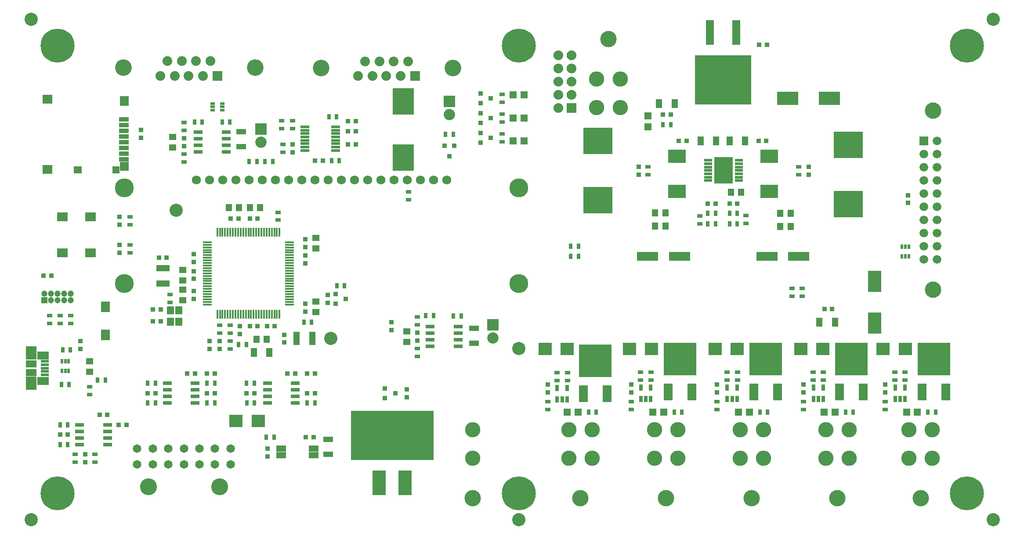
<source format=gbr>
G04 #@! TF.FileFunction,Soldermask,Top*
%FSLAX46Y46*%
G04 Gerber Fmt 4.6, Leading zero omitted, Abs format (unit mm)*
G04 Created by KiCad (PCBNEW 4.0.2-stable) date 4/21/2016 11:29:13 AM*
%MOMM*%
G01*
G04 APERTURE LIST*
%ADD10C,0.100000*%
%ADD11R,1.852400X1.052400*%
%ADD12R,1.202400X1.202400*%
%ADD13C,1.202400*%
%ADD14R,0.952500X0.952500*%
%ADD15R,1.652400X0.432400*%
%ADD16R,0.432400X1.652400*%
%ADD17R,2.184400X2.184400*%
%ADD18O,2.184400X2.184400*%
%ADD19R,0.902400X0.952400*%
%ADD20R,0.952400X0.902400*%
%ADD21R,1.402400X1.152400*%
%ADD22C,1.652400*%
%ADD23C,3.252400*%
%ADD24R,1.351280X1.351280*%
%ADD25C,2.540000*%
%ADD26R,0.652400X1.052400*%
%ADD27R,1.052400X0.652400*%
%ADD28C,6.552400*%
%ADD29C,0.752400*%
%ADD30R,1.752400X2.152400*%
%ADD31R,2.152400X1.752400*%
%ADD32R,1.652400X0.602400*%
%ADD33R,1.702400X0.752400*%
%ADD34R,2.552700X4.152900*%
%ADD35R,4.152900X2.552700*%
%ADD36R,1.152400X1.752400*%
%ADD37R,1.152400X1.402400*%
%ADD38R,4.152900X1.752600*%
%ADD39R,3.451860X2.651760*%
%ADD40R,2.651760X2.453640*%
%ADD41R,1.803400X3.200400*%
%ADD42R,6.248400X6.248400*%
%ADD43R,0.802400X1.212400*%
%ADD44R,10.952400X9.552400*%
%ADD45R,1.542400X4.752400*%
%ADD46C,1.752400*%
%ADD47C,3.652400*%
%ADD48R,1.879600X1.879600*%
%ADD49O,1.879600X1.879600*%
%ADD50R,2.049780X1.325880*%
%ADD51R,2.049780X2.527300*%
%ADD52R,2.252980X1.625600*%
%ADD53R,1.531620X0.601980*%
%ADD54R,2.652400X4.752400*%
%ADD55R,16.032400X9.552400*%
%ADD56R,1.352400X1.552400*%
%ADD57R,0.551180X0.901700*%
%ADD58R,0.901700X0.551180*%
%ADD59R,2.652400X1.152400*%
%ADD60R,1.152400X2.652400*%
%ADD61R,4.152400X5.152400*%
%ADD62R,1.852400X1.152400*%
%ADD63R,1.831340X0.952500*%
%ADD64R,1.452880X1.442720*%
%ADD65R,1.851660X1.653540*%
%ADD66R,1.653540X1.851660*%
%ADD67R,1.551940X1.442720*%
%ADD68R,1.653540X1.752600*%
%ADD69C,3.152400*%
%ADD70R,1.676400X1.676400*%
%ADD71C,1.676400*%
%ADD72C,2.952400*%
%ADD73R,5.552440X5.152400*%
%ADD74C,3.202400*%
%ADD75R,1.876400X1.876400*%
%ADD76C,1.876400*%
%ADD77C,0.533400*%
%ADD78R,1.602400X0.602400*%
%ADD79R,3.552400X5.152400*%
G04 APERTURE END LIST*
D10*
D11*
X98933000Y-64844000D03*
X98933000Y-67744000D03*
D12*
X60960000Y-97409000D03*
D13*
X62230000Y-97409000D03*
X63500000Y-97409000D03*
X64770000Y-97409000D03*
X66040000Y-97409000D03*
X62230000Y-96139000D03*
X63500000Y-96139000D03*
X64770000Y-96139000D03*
X66040000Y-96139000D03*
X60960000Y-96139000D03*
D14*
X126634240Y-114366000D03*
X126634240Y-116266000D03*
X128633220Y-115316000D03*
D15*
X92430000Y-86202000D03*
X92430000Y-86702000D03*
X92430000Y-87202000D03*
X92430000Y-87702000D03*
X92430000Y-88202000D03*
X92430000Y-88702000D03*
X92430000Y-89202000D03*
X92430000Y-89702000D03*
X92430000Y-90202000D03*
X92430000Y-90702000D03*
X92430000Y-91202000D03*
X92430000Y-91702000D03*
X92430000Y-92202000D03*
X92430000Y-92702000D03*
X92430000Y-93202000D03*
X92430000Y-93702000D03*
X92430000Y-94202000D03*
X92430000Y-94702000D03*
X92430000Y-95202000D03*
X92430000Y-95702000D03*
X92430000Y-96202000D03*
X92430000Y-96702000D03*
X92430000Y-97202000D03*
X92430000Y-97702000D03*
X92430000Y-98202000D03*
D16*
X94330000Y-100102000D03*
X94830000Y-100102000D03*
X95330000Y-100102000D03*
X95830000Y-100102000D03*
X96330000Y-100102000D03*
X96830000Y-100102000D03*
X97330000Y-100102000D03*
X97830000Y-100102000D03*
X98330000Y-100102000D03*
X98830000Y-100102000D03*
X99330000Y-100102000D03*
X99830000Y-100102000D03*
X100330000Y-100102000D03*
X100830000Y-100102000D03*
X101330000Y-100102000D03*
X101830000Y-100102000D03*
X102330000Y-100102000D03*
X102830000Y-100102000D03*
X103330000Y-100102000D03*
X103830000Y-100102000D03*
X104330000Y-100102000D03*
X104830000Y-100102000D03*
X105330000Y-100102000D03*
X105830000Y-100102000D03*
X106330000Y-100102000D03*
D15*
X108230000Y-98202000D03*
X108230000Y-97702000D03*
X108230000Y-97202000D03*
X108230000Y-96702000D03*
X108230000Y-96202000D03*
X108230000Y-95702000D03*
X108230000Y-95202000D03*
X108230000Y-94702000D03*
X108230000Y-94202000D03*
X108230000Y-93702000D03*
X108230000Y-93202000D03*
X108230000Y-92702000D03*
X108230000Y-92202000D03*
X108230000Y-91702000D03*
X108230000Y-91202000D03*
X108230000Y-90702000D03*
X108230000Y-90202000D03*
X108230000Y-89702000D03*
X108230000Y-89202000D03*
X108230000Y-88702000D03*
X108230000Y-88202000D03*
X108230000Y-87702000D03*
X108230000Y-87202000D03*
X108230000Y-86702000D03*
X108230000Y-86202000D03*
D16*
X106330000Y-84302000D03*
X105830000Y-84302000D03*
X105330000Y-84302000D03*
X104830000Y-84302000D03*
X104330000Y-84302000D03*
X103830000Y-84302000D03*
X103330000Y-84302000D03*
X102830000Y-84302000D03*
X102330000Y-84302000D03*
X101830000Y-84302000D03*
X101330000Y-84302000D03*
X100830000Y-84302000D03*
X100330000Y-84302000D03*
X99830000Y-84302000D03*
X99330000Y-84302000D03*
X98830000Y-84302000D03*
X98330000Y-84302000D03*
X97830000Y-84302000D03*
X97330000Y-84302000D03*
X96830000Y-84302000D03*
X96330000Y-84302000D03*
X95830000Y-84302000D03*
X95330000Y-84302000D03*
X94830000Y-84302000D03*
X94330000Y-84302000D03*
D17*
X147447000Y-102108000D03*
D18*
X147447000Y-104648000D03*
D19*
X130810000Y-116066000D03*
X130810000Y-114566000D03*
D20*
X83427000Y-99187000D03*
X81927000Y-99187000D03*
X100596000Y-102362000D03*
X102096000Y-102362000D03*
D21*
X87630000Y-91583000D03*
X87630000Y-93583000D03*
D22*
X96884000Y-129030000D03*
X96884000Y-126030000D03*
X93884000Y-126030000D03*
X93884000Y-129030000D03*
X90884000Y-129030000D03*
X90884000Y-126030000D03*
D23*
X94784000Y-133350000D03*
D22*
X87884000Y-126030000D03*
X87884000Y-129030000D03*
X84884000Y-129030000D03*
X84884000Y-126030000D03*
X81884000Y-126030000D03*
X81884000Y-129030000D03*
X78884000Y-126030000D03*
X78884000Y-129030000D03*
D23*
X81084000Y-133350000D03*
D24*
X163863020Y-118999000D03*
X161764980Y-118999000D03*
X180373020Y-118999000D03*
X178274980Y-118999000D03*
X196883020Y-118999000D03*
X194784980Y-118999000D03*
X213393020Y-118999000D03*
X211294980Y-118999000D03*
X229268020Y-118999000D03*
X227169980Y-118999000D03*
D25*
X58420000Y-43180000D03*
X58420000Y-139700000D03*
X243840000Y-139700000D03*
D17*
X102743000Y-64389000D03*
D18*
X102743000Y-66929000D03*
D17*
X139065000Y-59055000D03*
D18*
X139065000Y-61595000D03*
D26*
X139815000Y-65405000D03*
X138315000Y-65405000D03*
D27*
X77470000Y-81292000D03*
X77470000Y-82792000D03*
X77470000Y-88253000D03*
X77470000Y-86753000D03*
D26*
X105017000Y-70612000D03*
X103517000Y-70612000D03*
X101969000Y-70612000D03*
X100469000Y-70612000D03*
D27*
X66040000Y-100342000D03*
X66040000Y-101842000D03*
X64008000Y-100342000D03*
X64008000Y-101842000D03*
X61976000Y-100342000D03*
X61976000Y-101842000D03*
D26*
X64516000Y-106934000D03*
X66016000Y-106934000D03*
D28*
X63500000Y-48260000D03*
D29*
X65900000Y-48260000D03*
X65197056Y-49957056D03*
X63500000Y-50660000D03*
X61802944Y-49957056D03*
X61100000Y-48260000D03*
X61802944Y-46562944D03*
X63500000Y-45860000D03*
X65197056Y-46562944D03*
D28*
X63500000Y-134620000D03*
D29*
X65900000Y-134620000D03*
X65197056Y-136317056D03*
X63500000Y-137020000D03*
X61802944Y-136317056D03*
X61100000Y-134620000D03*
X61802944Y-132922944D03*
X63500000Y-132220000D03*
X65197056Y-132922944D03*
D28*
X152400000Y-134620000D03*
D29*
X154800000Y-134620000D03*
X154097056Y-136317056D03*
X152400000Y-137020000D03*
X150702944Y-136317056D03*
X150000000Y-134620000D03*
X150702944Y-132922944D03*
X152400000Y-132220000D03*
X154097056Y-132922944D03*
D28*
X238760000Y-134620000D03*
D29*
X241160000Y-134620000D03*
X240457056Y-136317056D03*
X238760000Y-137020000D03*
X237062944Y-136317056D03*
X236360000Y-134620000D03*
X237062944Y-132922944D03*
X238760000Y-132220000D03*
X240457056Y-132922944D03*
D27*
X106934000Y-67322000D03*
X106934000Y-68822000D03*
X106680000Y-62750000D03*
X106680000Y-64250000D03*
D26*
X115836000Y-61976000D03*
X117336000Y-61976000D03*
X117844000Y-70485000D03*
X116344000Y-70485000D03*
D27*
X108839000Y-64250000D03*
X108839000Y-62750000D03*
X161798000Y-111391000D03*
X161798000Y-112891000D03*
X177927000Y-111264000D03*
X177927000Y-112764000D03*
X157988000Y-116979000D03*
X157988000Y-118479000D03*
X174117000Y-116979000D03*
X174117000Y-118479000D03*
X159766000Y-111391000D03*
X159766000Y-112891000D03*
X175895000Y-111264000D03*
X175895000Y-112764000D03*
D26*
X167374000Y-118999000D03*
X165874000Y-118999000D03*
X183884000Y-118999000D03*
X182384000Y-118999000D03*
D27*
X194564000Y-111264000D03*
X194564000Y-112764000D03*
X211074000Y-111264000D03*
X211074000Y-112764000D03*
X190627000Y-116979000D03*
X190627000Y-118479000D03*
X207264000Y-116979000D03*
X207264000Y-118479000D03*
X192532000Y-111276000D03*
X192532000Y-112776000D03*
X209169000Y-111264000D03*
X209169000Y-112764000D03*
D26*
X200394000Y-118999000D03*
X198894000Y-118999000D03*
X216904000Y-118999000D03*
X215404000Y-118999000D03*
D27*
X226822000Y-111264000D03*
X226822000Y-112764000D03*
X223012000Y-116979000D03*
X223012000Y-118479000D03*
X224917000Y-111264000D03*
X224917000Y-112764000D03*
D26*
X232767000Y-118999000D03*
X231267000Y-118999000D03*
X113145000Y-117221000D03*
X111645000Y-117221000D03*
X100001422Y-117221000D03*
X101501422Y-117221000D03*
X101461000Y-113411000D03*
X99961000Y-113411000D03*
X80911000Y-117221000D03*
X82411000Y-117221000D03*
X82411000Y-113411000D03*
X80911000Y-113411000D03*
X93841000Y-117221000D03*
X92341000Y-117221000D03*
X103771000Y-123825000D03*
X105271000Y-123825000D03*
X92341000Y-113411000D03*
X93841000Y-113411000D03*
D11*
X115697000Y-124206000D03*
X115697000Y-127106000D03*
D26*
X64020000Y-125222000D03*
X65520000Y-125222000D03*
X65520000Y-121412000D03*
X64020000Y-121412000D03*
D27*
X66929000Y-128639000D03*
X66929000Y-127139000D03*
X70739000Y-127139000D03*
X70739000Y-128639000D03*
X106045000Y-80415000D03*
X106045000Y-81915000D03*
D26*
X118860000Y-94615000D03*
X117360000Y-94615000D03*
D27*
X85217000Y-96278000D03*
X85217000Y-97778000D03*
D26*
X111010000Y-101600000D03*
X112510000Y-101600000D03*
X72759000Y-112776000D03*
X71259000Y-112776000D03*
D27*
X94742000Y-102247000D03*
X94742000Y-103747000D03*
X96774000Y-102247000D03*
X96774000Y-103747000D03*
D26*
X99937000Y-105918000D03*
X98437000Y-105918000D03*
D27*
X96774000Y-106795000D03*
X96774000Y-105295000D03*
D30*
X72771000Y-104046000D03*
X72771000Y-98646000D03*
D31*
X64450000Y-81280000D03*
X69850000Y-81280000D03*
X64450000Y-88265000D03*
X69850000Y-88265000D03*
D32*
X117138999Y-68490000D03*
X117138999Y-67840000D03*
X117138999Y-67190000D03*
X117138999Y-66540000D03*
X117138999Y-65890000D03*
X117138999Y-65240000D03*
X117138999Y-64590000D03*
X117138999Y-63940000D03*
X111238999Y-63940000D03*
X111238999Y-64590000D03*
X111238999Y-65240000D03*
X111238999Y-65890000D03*
X111238999Y-66540000D03*
X111238999Y-67190000D03*
X111238999Y-67840000D03*
X111238999Y-68490000D03*
D33*
X135349000Y-102489000D03*
X135349000Y-103759000D03*
X135349000Y-105029000D03*
X135349000Y-106299000D03*
X140749000Y-106299000D03*
X140749000Y-105029000D03*
X140749000Y-103759000D03*
X140749000Y-102489000D03*
X90632333Y-64942000D03*
X90632333Y-66212000D03*
X90632333Y-67482000D03*
X90632333Y-68752000D03*
X96032333Y-68752000D03*
X96032333Y-67482000D03*
X96032333Y-66212000D03*
X96032333Y-64942000D03*
D19*
X67945000Y-106795000D03*
X67945000Y-105295000D03*
X227457000Y-78613000D03*
X227457000Y-77113000D03*
D20*
X62345000Y-92633800D03*
X60845000Y-92633800D03*
D19*
X79629000Y-66028000D03*
X79629000Y-64528000D03*
D21*
X85725000Y-67929000D03*
X85725000Y-65929000D03*
D34*
X220980000Y-93789500D03*
X220980000Y-101790500D03*
D35*
X204279500Y-58420000D03*
X212280500Y-58420000D03*
D20*
X181725000Y-61595000D03*
X180225000Y-61595000D03*
X198767000Y-48133000D03*
X200267000Y-48133000D03*
D36*
X190476000Y-66675000D03*
X187476000Y-66675000D03*
X196064000Y-66675000D03*
X193064000Y-66675000D03*
D20*
X184785000Y-66675000D03*
X183285000Y-66675000D03*
X198640000Y-66675000D03*
X200140000Y-66675000D03*
D19*
X175514000Y-71640000D03*
X175514000Y-73140000D03*
X208280000Y-71640000D03*
X208280000Y-73140000D03*
D37*
X178705000Y-83058000D03*
X180705000Y-83058000D03*
X178705000Y-80518000D03*
X180705000Y-80518000D03*
D38*
X177289460Y-88900000D03*
X183390540Y-88900000D03*
D37*
X195310000Y-76581000D03*
X193310000Y-76581000D03*
D38*
X206377540Y-88900000D03*
X200276460Y-88900000D03*
D37*
X204835000Y-83185000D03*
X202835000Y-83185000D03*
X204835000Y-80645000D03*
X202835000Y-80645000D03*
D20*
X188861000Y-78740000D03*
X190361000Y-78740000D03*
X194552000Y-78740000D03*
X193052000Y-78740000D03*
D19*
X108839000Y-67322000D03*
X108839000Y-68822000D03*
D20*
X121019000Y-67310000D03*
X119519000Y-67310000D03*
X114669000Y-70485000D03*
X113169000Y-70485000D03*
X119519000Y-64770000D03*
X121019000Y-64770000D03*
X121019000Y-62865000D03*
X119519000Y-62865000D03*
D21*
X130810000Y-105394000D03*
X130810000Y-103394000D03*
D19*
X127889000Y-103112000D03*
X127889000Y-101612000D03*
X132842000Y-105144000D03*
X132842000Y-103644000D03*
X87884000Y-67679000D03*
X87884000Y-66179000D03*
X75438000Y-81292000D03*
X75438000Y-82792000D03*
X75438000Y-88253000D03*
X75438000Y-86753000D03*
X157988000Y-115177000D03*
X157988000Y-113677000D03*
X174117000Y-115177000D03*
X174117000Y-113677000D03*
X190627000Y-115177000D03*
X190627000Y-113677000D03*
X207264000Y-115177000D03*
X207264000Y-113677000D03*
X223012000Y-115177000D03*
X223012000Y-113677000D03*
D20*
X107835000Y-111506000D03*
X109335000Y-111506000D03*
X113145000Y-111506000D03*
X111645000Y-111506000D03*
X101473000Y-115316000D03*
X99973000Y-115316000D03*
X111645000Y-115316000D03*
X113145000Y-115316000D03*
X71640000Y-119507000D03*
X73140000Y-119507000D03*
X82411000Y-115316000D03*
X80911000Y-115316000D03*
X88531000Y-111506000D03*
X90031000Y-111506000D03*
D19*
X104013000Y-125996000D03*
X104013000Y-127496000D03*
D20*
X92341000Y-115316000D03*
X93841000Y-115316000D03*
X76823000Y-121412000D03*
X75323000Y-121412000D03*
X112891000Y-123825000D03*
X111391000Y-123825000D03*
X65520000Y-123317000D03*
X64020000Y-123317000D03*
X93841000Y-111506000D03*
X92341000Y-111506000D03*
D19*
X68834000Y-127139000D03*
X68834000Y-128639000D03*
X115570000Y-96405000D03*
X115570000Y-97905000D03*
D20*
X83058000Y-89154000D03*
X84558000Y-89154000D03*
D19*
X89789000Y-97143000D03*
X89789000Y-95643000D03*
D21*
X87630000Y-97393000D03*
X87630000Y-95393000D03*
D19*
X111252000Y-99556000D03*
X111252000Y-98056000D03*
X107188000Y-105537000D03*
X107188000Y-104037000D03*
D21*
X113284000Y-99679000D03*
X113284000Y-97679000D03*
D20*
X83427000Y-101473000D03*
X81927000Y-101473000D03*
X98438524Y-81669000D03*
X96938524Y-81669000D03*
D19*
X89797000Y-91760476D03*
X89797000Y-93260476D03*
X111252000Y-87110000D03*
X111252000Y-85610000D03*
D37*
X98536000Y-79502000D03*
X96536000Y-79502000D03*
D21*
X113284000Y-87360000D03*
X113284000Y-85360000D03*
D37*
X101870000Y-104902000D03*
X103870000Y-104902000D03*
D36*
X101370000Y-107442000D03*
X104370000Y-107442000D03*
D19*
X94742000Y-106795000D03*
X94742000Y-105295000D03*
D20*
X105398000Y-102362000D03*
X103898000Y-102362000D03*
D19*
X98679000Y-103874000D03*
X98679000Y-102374000D03*
X89789000Y-90031000D03*
X89789000Y-88531000D03*
X111252000Y-88785000D03*
X111252000Y-90285000D03*
D20*
X100596000Y-81661000D03*
X102096000Y-81661000D03*
D37*
X100600000Y-79502000D03*
X102600000Y-79502000D03*
D19*
X92837000Y-105295000D03*
X92837000Y-106795000D03*
D39*
X182880000Y-69623940D03*
X182880000Y-76426060D03*
X200660000Y-69623940D03*
X200660000Y-76426060D03*
D24*
X151350980Y-57785000D03*
X153449020Y-57785000D03*
X151350980Y-62230000D03*
X153449020Y-62230000D03*
X151350980Y-66675000D03*
X153449020Y-66675000D03*
X177292000Y-63914020D03*
X177292000Y-61815980D03*
D40*
X161787840Y-106807000D03*
X157490160Y-106807000D03*
X178043840Y-106807000D03*
X173746160Y-106807000D03*
X194553840Y-106807000D03*
X190256160Y-106807000D03*
X211063840Y-106807000D03*
X206766160Y-106807000D03*
X226938840Y-106807000D03*
X222641160Y-106807000D03*
X97927160Y-120650000D03*
X102224840Y-120650000D03*
D14*
X140015000Y-67579240D03*
X138115000Y-67579240D03*
X139065000Y-69578220D03*
X145049240Y-57470000D03*
X145049240Y-59370000D03*
X147048220Y-58420000D03*
X145049240Y-61280000D03*
X145049240Y-63180000D03*
X147048220Y-62230000D03*
X145049240Y-65090000D03*
X145049240Y-66990000D03*
X147048220Y-66040000D03*
D41*
X164846000Y-115443000D03*
D42*
X167132000Y-109093000D03*
D41*
X169418000Y-115443000D03*
X181229000Y-115062000D03*
D42*
X183515000Y-108712000D03*
D41*
X185801000Y-115062000D03*
X197739000Y-115062000D03*
D42*
X200025000Y-108712000D03*
D41*
X202311000Y-115062000D03*
X214249000Y-115062000D03*
D42*
X216535000Y-108712000D03*
D41*
X218821000Y-115062000D03*
X230124000Y-115062000D03*
D42*
X232410000Y-108712000D03*
D41*
X234696000Y-115062000D03*
D26*
X163945000Y-86995000D03*
X162445000Y-86995000D03*
D27*
X205105000Y-95135000D03*
X205105000Y-96635000D03*
D26*
X163945000Y-88900000D03*
X162445000Y-88900000D03*
D27*
X207010000Y-95135000D03*
X207010000Y-96635000D03*
X187325000Y-82665000D03*
X187325000Y-81165000D03*
X196215000Y-82550000D03*
X196215000Y-81050000D03*
X177292000Y-71640000D03*
X177292000Y-73140000D03*
X206375000Y-71640000D03*
X206375000Y-73140000D03*
D26*
X188873000Y-80645000D03*
X190373000Y-80645000D03*
X194552000Y-80645000D03*
X193052000Y-80645000D03*
X188861000Y-82677000D03*
X190361000Y-82677000D03*
X194552000Y-82677000D03*
X193052000Y-82677000D03*
X134505000Y-100330000D03*
X136005000Y-100330000D03*
D27*
X132842000Y-102096000D03*
X132842000Y-100596000D03*
X132842000Y-106692000D03*
X132842000Y-108192000D03*
D26*
X139839000Y-100457000D03*
X141339000Y-100457000D03*
X89928000Y-62992000D03*
X91428000Y-62992000D03*
D27*
X87884000Y-63131000D03*
X87884000Y-64631000D03*
X87884000Y-69215000D03*
X87884000Y-70715000D03*
D26*
X95262000Y-62992000D03*
X96762000Y-62992000D03*
D27*
X149225000Y-59170000D03*
X149225000Y-57670000D03*
X149225000Y-62980000D03*
X149225000Y-61480000D03*
X149225000Y-65290000D03*
X149225000Y-66790000D03*
D26*
X181725000Y-63500000D03*
X180225000Y-63500000D03*
D27*
X131191000Y-77966000D03*
X131191000Y-76466000D03*
D43*
X159832000Y-116543000D03*
X160782000Y-116543000D03*
X161732000Y-116543000D03*
X161732000Y-114343000D03*
X159832000Y-114343000D03*
X175961000Y-116416000D03*
X176911000Y-116416000D03*
X177861000Y-116416000D03*
X177861000Y-114216000D03*
X175961000Y-114216000D03*
X192598000Y-116416000D03*
X193548000Y-116416000D03*
X194498000Y-116416000D03*
X194498000Y-114216000D03*
X192598000Y-114216000D03*
X209235000Y-116416000D03*
X210185000Y-116416000D03*
X211135000Y-116416000D03*
X211135000Y-114216000D03*
X209235000Y-114216000D03*
X224983000Y-116416000D03*
X225933000Y-116416000D03*
X226883000Y-116416000D03*
X226883000Y-114216000D03*
X224983000Y-114216000D03*
D33*
X103980000Y-113411000D03*
X103980000Y-114681000D03*
X103980000Y-115951000D03*
X103980000Y-117221000D03*
X109380000Y-117221000D03*
X109380000Y-115951000D03*
X109380000Y-114681000D03*
X109380000Y-113411000D03*
X84676000Y-113411000D03*
X84676000Y-114681000D03*
X84676000Y-115951000D03*
X84676000Y-117221000D03*
X90076000Y-117221000D03*
X90076000Y-115951000D03*
X90076000Y-114681000D03*
X90076000Y-113411000D03*
X67785000Y-121412000D03*
X67785000Y-122682000D03*
X67785000Y-123952000D03*
X67785000Y-125222000D03*
X73185000Y-125222000D03*
X73185000Y-123952000D03*
X73185000Y-122682000D03*
X73185000Y-121412000D03*
D14*
X117109240Y-96205000D03*
X117109240Y-98105000D03*
X119108220Y-97155000D03*
D28*
X238760000Y-48260000D03*
D29*
X241160000Y-48260000D03*
X240457056Y-49957056D03*
X238760000Y-50660000D03*
X237062944Y-49957056D03*
X236360000Y-48260000D03*
X237062944Y-46562944D03*
X238760000Y-45860000D03*
X240457056Y-46562944D03*
D28*
X152400000Y-48260000D03*
D29*
X154800000Y-48260000D03*
X154097056Y-49957056D03*
X152400000Y-50660000D03*
X150702944Y-49957056D03*
X150000000Y-48260000D03*
X150702944Y-46562944D03*
X152400000Y-45860000D03*
X154097056Y-46562944D03*
D36*
X179475000Y-59436000D03*
X182475000Y-59436000D03*
D20*
X211340000Y-99060000D03*
X212840000Y-99060000D03*
D36*
X213360000Y-101600000D03*
X210360000Y-101600000D03*
D44*
X191770000Y-54870000D03*
D45*
X189230000Y-45720000D03*
X194310000Y-45720000D03*
D25*
X152400000Y-139700000D03*
X152400000Y-106680000D03*
X243840000Y-43180000D03*
D46*
X90270000Y-74192000D03*
X92810000Y-74192000D03*
X95350000Y-74192000D03*
X97890000Y-74192000D03*
X100430000Y-74192000D03*
X102970000Y-74192000D03*
X105510000Y-74192000D03*
X108050000Y-74192000D03*
X110590000Y-74192000D03*
X113130000Y-74192000D03*
X115670000Y-74192000D03*
X118210000Y-74192000D03*
X120750000Y-74192000D03*
X123290000Y-74192000D03*
X125830000Y-74192000D03*
X128370000Y-74192000D03*
X130910000Y-74192000D03*
X133450000Y-74192000D03*
X135990000Y-74192000D03*
X138530000Y-74192000D03*
D47*
X76400000Y-75692000D03*
X152400000Y-75692000D03*
X76400000Y-94192000D03*
X152400000Y-94192000D03*
D48*
X162560000Y-60325000D03*
D49*
X160020000Y-60325000D03*
X162560000Y-57785000D03*
X160020000Y-57785000D03*
X162560000Y-55245000D03*
X160020000Y-55245000D03*
X162560000Y-52705000D03*
X160020000Y-52705000D03*
X162560000Y-50165000D03*
X160020000Y-50165000D03*
D50*
X58420000Y-109651800D03*
X58420000Y-111328200D03*
D51*
X58420000Y-113403380D03*
X58420000Y-107576620D03*
D52*
X60718700Y-112951260D03*
X60718700Y-108028740D03*
D53*
X61079380Y-109189520D03*
X61079380Y-109839760D03*
X61079380Y-110490000D03*
X61079380Y-111140240D03*
X61079380Y-111790480D03*
D54*
X130516000Y-132588000D03*
D55*
X128016000Y-123438000D03*
D54*
X125476000Y-132588000D03*
D56*
X85306000Y-99357000D03*
X85306000Y-101557000D03*
X86906000Y-99357000D03*
X86906000Y-101557000D03*
D57*
X226298760Y-88960960D03*
X226949000Y-88960960D03*
X227599240Y-88960960D03*
X227599240Y-87061040D03*
X226949000Y-87061040D03*
X226298760Y-87061040D03*
D58*
X95310960Y-60721240D03*
X95310960Y-60071000D03*
X95310960Y-59420760D03*
X93411040Y-59420760D03*
X93411040Y-60071000D03*
X93411040Y-60721240D03*
D57*
X64373760Y-111058960D03*
X65024000Y-111058960D03*
X65674240Y-111058960D03*
X65674240Y-109159040D03*
X65024000Y-109159040D03*
X64373760Y-109159040D03*
D21*
X69723000Y-111172500D03*
X69723000Y-109172500D03*
D59*
X83820000Y-94210000D03*
X83820000Y-91210000D03*
D60*
X112625000Y-104775000D03*
X109625000Y-104775000D03*
D61*
X130175000Y-69855000D03*
X130175000Y-59055000D03*
D25*
X86360000Y-80010000D03*
X116205000Y-104775000D03*
D62*
X106603000Y-125984000D03*
X112903000Y-125984000D03*
X106603000Y-127254000D03*
X112903000Y-127254000D03*
D11*
X143764000Y-102817000D03*
X143764000Y-105717000D03*
D26*
X65774000Y-113665000D03*
X64274000Y-113665000D03*
D63*
X76354940Y-70187820D03*
X76354940Y-69088000D03*
X76354940Y-67988180D03*
X76354940Y-66888360D03*
X76354940Y-65786000D03*
X76354940Y-64686180D03*
X76354940Y-63586360D03*
X76354940Y-62486540D03*
D64*
X74795380Y-72242680D03*
D65*
X61595000Y-72136000D03*
D66*
X76446380Y-58938160D03*
D67*
X67396360Y-72242680D03*
D65*
X61595000Y-58638440D03*
D68*
X76446380Y-71597520D03*
D27*
X69723000Y-114058000D03*
X69723000Y-115558000D03*
D69*
X232308400Y-60833000D03*
D70*
X230505000Y-66675000D03*
D71*
X233045000Y-66675000D03*
X230505000Y-69215000D03*
X233045000Y-69215000D03*
X230505000Y-71755000D03*
X233045000Y-71755000D03*
X230505000Y-74295000D03*
X233045000Y-74295000D03*
X230505000Y-76835000D03*
X233045000Y-76835000D03*
X230505000Y-79375000D03*
X233045000Y-79375000D03*
X230505000Y-81915000D03*
X233045000Y-81915000D03*
X230505000Y-84455000D03*
X233045000Y-84455000D03*
X230505000Y-86995000D03*
X233045000Y-86995000D03*
X230505000Y-89535000D03*
X233045000Y-89535000D03*
D69*
X232308400Y-95377000D03*
D72*
X171970000Y-60240000D03*
X171970000Y-54740000D03*
X167470000Y-60240000D03*
X167470000Y-54740000D03*
D69*
X169720000Y-46990000D03*
D72*
X143510000Y-122345000D03*
X143510000Y-127845000D03*
D69*
X143510000Y-135595000D03*
D72*
X162064000Y-122345000D03*
X162064000Y-127845000D03*
X166564000Y-122345000D03*
X166564000Y-127845000D03*
D69*
X164314000Y-135595000D03*
D72*
X211594000Y-122345000D03*
X211594000Y-127845000D03*
X216094000Y-122345000D03*
X216094000Y-127845000D03*
D69*
X213844000Y-135595000D03*
D72*
X178574000Y-122345000D03*
X178574000Y-127845000D03*
X183074000Y-122345000D03*
X183074000Y-127845000D03*
D69*
X180824000Y-135595000D03*
D72*
X195084000Y-122345000D03*
X195084000Y-127845000D03*
X199584000Y-122345000D03*
X199584000Y-127845000D03*
D69*
X197334000Y-135595000D03*
D72*
X227620000Y-122345000D03*
X227620000Y-127845000D03*
X232120000Y-122345000D03*
X232120000Y-127845000D03*
D69*
X229870000Y-135595000D03*
D73*
X167640000Y-66675000D03*
X167640000Y-78105000D03*
X215900000Y-67437000D03*
X215900000Y-78867000D03*
D74*
X139700000Y-52578000D03*
X114300000Y-52578000D03*
D75*
X132461000Y-54142400D03*
D76*
X129667000Y-54142400D03*
X126873000Y-54142400D03*
X124206000Y-54142400D03*
X121412000Y-54142400D03*
X122809000Y-51308000D03*
X125603000Y-51308000D03*
X128270000Y-51308000D03*
X131064000Y-51308000D03*
D74*
X101600000Y-52537600D03*
X76200000Y-52537600D03*
D75*
X94361000Y-54102000D03*
D76*
X91567000Y-54102000D03*
X88773000Y-54102000D03*
X86106000Y-54102000D03*
X83312000Y-54102000D03*
X84709000Y-51267600D03*
X87503000Y-51267600D03*
X90170000Y-51267600D03*
X92964000Y-51267600D03*
D77*
X191111000Y-70846400D03*
D78*
X188923000Y-70395000D03*
X188923000Y-71045000D03*
X188923000Y-71695000D03*
X188923000Y-72345000D03*
X188923000Y-72995000D03*
X188923000Y-73645000D03*
X188923000Y-74295000D03*
X194823000Y-74295000D03*
X194823000Y-73645000D03*
X194823000Y-72995000D03*
X194823000Y-72345000D03*
X194823000Y-71695000D03*
X194823000Y-71045000D03*
X194823000Y-70395000D03*
D79*
X191873000Y-72345000D03*
D77*
X192611000Y-70846400D03*
X191111000Y-72346400D03*
X192611000Y-72346400D03*
X191111000Y-73846400D03*
X192611000Y-73846400D03*
M02*

</source>
